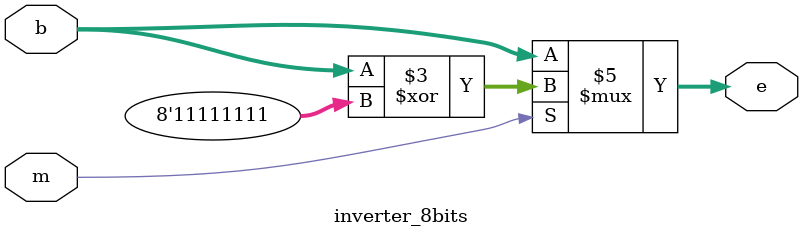
<source format=v>
module inverter_8bits
(
	input [7:0] b,
	input m,
	output reg[7:0] e
);

//wire [7:0] b, e;
always@(*)
begin
if (m == 1)
	e = b ^ 8'hFF;
else 
	e = b;
end
endmodule

</source>
